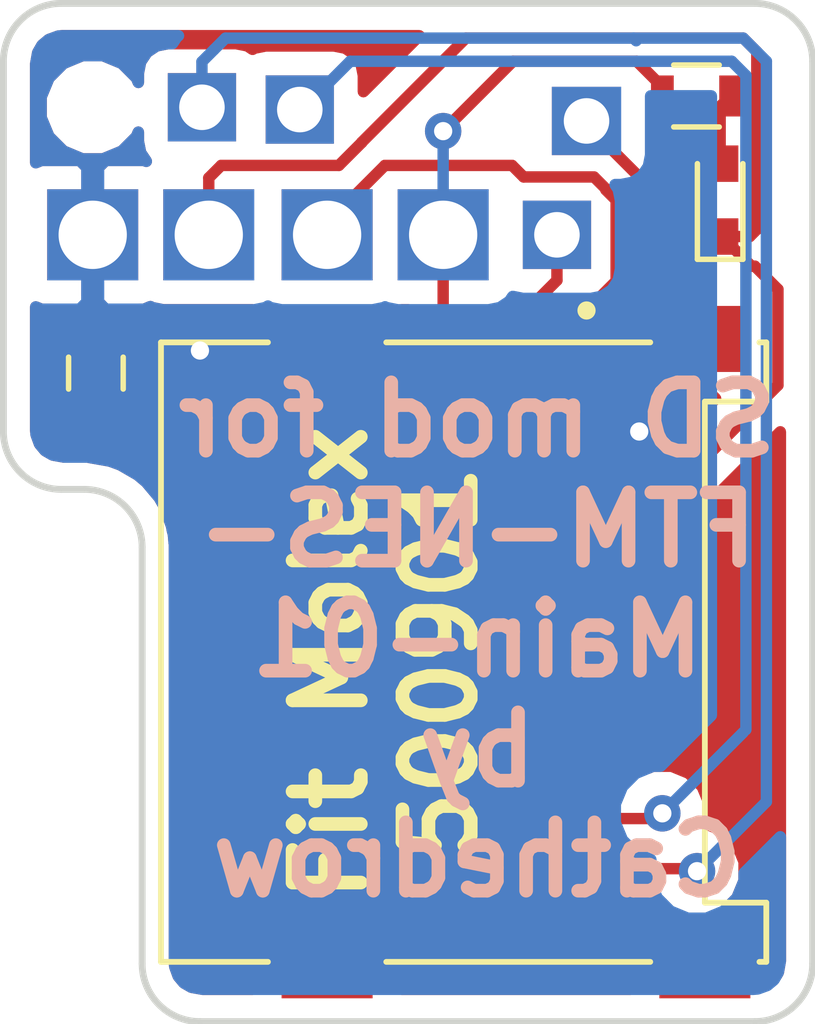
<source format=kicad_pcb>
(kicad_pcb (version 20171130) (host pcbnew "(5.0.0-3-g5ebb6b6)")

  (general
    (thickness 0.8)
    (drawings 16)
    (tracks 90)
    (zones 0)
    (modules 5)
    (nets 10)
  )

  (page A4)
  (layers
    (0 F.Cu signal)
    (31 B.Cu signal)
    (32 B.Adhes user hide)
    (33 F.Adhes user hide)
    (34 B.Paste user hide)
    (35 F.Paste user hide)
    (36 B.SilkS user hide)
    (37 F.SilkS user hide)
    (38 B.Mask user)
    (39 F.Mask user hide)
    (40 Dwgs.User user)
    (41 Cmts.User user)
    (42 Eco1.User user hide)
    (43 Eco2.User user hide)
    (44 Edge.Cuts user)
    (45 Margin user hide)
    (46 B.CrtYd user hide)
    (47 F.CrtYd user hide)
    (48 B.Fab user hide)
    (49 F.Fab user hide)
  )

  (setup
    (last_trace_width 0.25)
    (trace_clearance 0.2)
    (zone_clearance 0.508)
    (zone_45_only no)
    (trace_min 0.2)
    (segment_width 0.2)
    (edge_width 0.15)
    (via_size 0.8)
    (via_drill 0.4)
    (via_min_size 0.4)
    (via_min_drill 0.3)
    (uvia_size 0.3)
    (uvia_drill 0.1)
    (uvias_allowed no)
    (uvia_min_size 0.2)
    (uvia_min_drill 0.1)
    (pcb_text_width 0.3)
    (pcb_text_size 1.5 1.5)
    (mod_edge_width 0.15)
    (mod_text_size 1 1)
    (mod_text_width 0.15)
    (pad_size 1 1)
    (pad_drill 1)
    (pad_to_mask_clearance 0.2)
    (aux_axis_origin 0 0)
    (visible_elements FFFFFF7F)
    (pcbplotparams
      (layerselection 0x010fc_ffffffff)
      (usegerberextensions false)
      (usegerberattributes false)
      (usegerberadvancedattributes false)
      (creategerberjobfile false)
      (excludeedgelayer true)
      (linewidth 0.100000)
      (plotframeref false)
      (viasonmask false)
      (mode 1)
      (useauxorigin false)
      (hpglpennumber 1)
      (hpglpenspeed 20)
      (hpglpendiameter 15.000000)
      (psnegative false)
      (psa4output false)
      (plotreference true)
      (plotvalue true)
      (plotinvisibletext false)
      (padsonsilk false)
      (subtractmaskfromsilk false)
      (outputformat 1)
      (mirror false)
      (drillshape 0)
      (scaleselection 1)
      (outputdirectory "./"))
  )

  (net 0 "")
  (net 1 "Net-(D2-Pad2)")
  (net 2 /D2)
  (net 3 /D3)
  (net 4 /CMD)
  (net 5 /3V)
  (net 6 /CLK)
  (net 7 /0V)
  (net 8 /D0)
  (net 9 /D1)

  (net_class Default "This is the default net class."
    (clearance 0.2)
    (trace_width 0.25)
    (via_dia 0.8)
    (via_drill 0.4)
    (uvia_dia 0.3)
    (uvia_drill 0.1)
    (add_net /0V)
    (add_net /3V)
    (add_net /CLK)
    (add_net /CMD)
    (add_net /D0)
    (add_net /D1)
    (add_net /D2)
    (add_net /D3)
    (add_net "Net-(D2-Pad2)")
  )

  (module sdnes:FTM-NES-SD-pads (layer F.Cu) (tedit 5B8304A0) (tstamp 5BA54887)
    (at 165.354 93.218)
    (path /5BA7D630)
    (fp_text reference SK2 (at 2.54 -2.54) (layer F.SilkS) hide
      (effects (font (size 1 1) (thickness 0.15)))
    )
    (fp_text value nesclassic:Testpoint_cluster (at 0 -4.572) (layer F.Fab)
      (effects (font (size 1 1) (thickness 0.15)))
    )
    (pad 1 thru_hole rect (at 5.7 -2.5 270) (size 1.5 1.524) (drill 1) (layers *.Cu *.Mask)
      (net 2 /D2))
    (pad 2 thru_hole rect (at 0 0) (size 2 2) (drill 1.5) (layers *.Cu *.Mask)
      (net 3 /D3))
    (pad 3 thru_hole rect (at 5.05 0) (size 1.5 1.5) (drill 1) (layers *.Cu *.Mask)
      (net 4 /CMD))
    (pad 4 thru_hole rect (at 2.55 0) (size 2 2) (drill 1.5) (layers *.Cu *.Mask)
      (net 5 /3V))
    (pad 5 thru_hole rect (at -2.6 0) (size 2 2) (drill 1.5) (layers *.Cu *.Mask)
      (net 6 /CLK))
    (pad 6 thru_hole rect (at -5.15 0) (size 2 2) (drill 1.5) (layers *.Cu *.Mask)
      (net 7 /0V))
    (pad 7 thru_hole rect (at -0.6 -2.75) (size 1.5 1.5) (drill 1) (layers *.Cu *.Mask)
      (net 8 /D0))
    (pad 8 thru_hole rect (at -2.75 -2.8) (size 1.5 1.5) (drill 1) (layers *.Cu *.Mask)
      (net 9 /D1))
    (pad "" np_thru_hole circle (at -5.15 -2.8) (size 1 1) (drill 1) (layers *.Cu *.Mask))
  )

  (module 500901-0801:MOLEX_500901-0801 (layer F.Cu) (tedit 5BA41F34) (tstamp 5BA41251)
    (at 171.054 102.379 270)
    (path /5BA4A1A2)
    (attr smd)
    (fp_text reference J2 (at -5.21465 -5.13958 270) (layer F.SilkS) hide
      (effects (font (size 1.0009 1.0009) (thickness 0.05)))
    )
    (fp_text value 500901-0801 (at 2.015 11.034 270) (layer F.SilkS) hide
      (effects (font (size 1.00349 1.00349) (thickness 0.05)))
    )
    (fp_circle (center -7.5 0) (end -7.4 0) (layer F.SilkS) (width 0.2))
    (fp_line (start 7.85 -3.85) (end 7.85 -1.35) (layer Eco1.User) (width 0.05))
    (fp_line (start 7.05 -3.85) (end 7.85 -3.85) (layer Eco1.User) (width 0.05))
    (fp_line (start 7.05 -4.25) (end 7.05 -3.85) (layer Eco1.User) (width 0.05))
    (fp_line (start 5.25 -4.25) (end 7.05 -4.25) (layer Eco1.User) (width 0.05))
    (fp_line (start -7.05 -4.25) (end -5.25 -4.25) (layer Eco1.User) (width 0.05))
    (fp_line (start -7.05 -3.85) (end -7.05 -4.25) (layer Eco1.User) (width 0.05))
    (fp_line (start -7.85 -3.85) (end -7.05 -3.85) (layer Eco1.User) (width 0.05))
    (fp_line (start -7.85 -1.35) (end -7.85 -3.85) (layer Eco1.User) (width 0.05))
    (fp_line (start -7.05 -1.35) (end -7.85 -1.35) (layer Eco1.User) (width 0.05))
    (fp_line (start -7.05 4.45) (end -7.05 -1.35) (layer Eco1.User) (width 0.05))
    (fp_line (start -7.85 4.45) (end -7.05 4.45) (layer Eco1.User) (width 0.05))
    (fp_line (start -7.85 6.95) (end -7.85 4.45) (layer Eco1.User) (width 0.05))
    (fp_line (start -7.05 6.95) (end -7.85 6.95) (layer Eco1.User) (width 0.05))
    (fp_line (start -7.05 9.6) (end -7.05 6.95) (layer Eco1.User) (width 0.05))
    (fp_line (start 7.05 9.6) (end -7.05 9.6) (layer Eco1.User) (width 0.05))
    (fp_line (start 7.05 6.95) (end 7.05 9.6) (layer Eco1.User) (width 0.05))
    (fp_line (start 7.85 6.95) (end 7.05 6.95) (layer Eco1.User) (width 0.05))
    (fp_line (start 7.85 4.45) (end 7.85 6.95) (layer Eco1.User) (width 0.05))
    (fp_line (start 7.05 4.45) (end 7.85 4.45) (layer Eco1.User) (width 0.05))
    (fp_line (start 7.05 -1.35) (end 7.05 4.45) (layer Eco1.User) (width 0.05))
    (fp_line (start 7.85 -1.35) (end 7.05 -1.35) (layer Eco1.User) (width 0.05))
    (fp_line (start 5.25 -2.85) (end 5.25 -4.25) (layer Eco1.User) (width 0.05))
    (fp_line (start -5.25 -2.85) (end 5.25 -2.85) (layer Eco1.User) (width 0.05))
    (fp_line (start -5.25 -4.25) (end -5.25 -2.85) (layer Eco1.User) (width 0.05))
    (fp_line (start 6.8 4.4) (end 6.8 -1.4) (layer F.SilkS) (width 0.127))
    (fp_line (start 6.8 9.35) (end 6.8 7) (layer F.SilkS) (width 0.127))
    (fp_line (start -6.8 9.35) (end 6.8 9.35) (layer F.SilkS) (width 0.127))
    (fp_line (start -6.8 7) (end -6.8 9.35) (layer F.SilkS) (width 0.127))
    (fp_line (start -6.8 -1.4) (end -6.8 4.4) (layer F.SilkS) (width 0.127))
    (fp_line (start 6.8 -3.95) (end 6.8 -3.8) (layer F.SilkS) (width 0.127))
    (fp_line (start 5.5 -3.95) (end 6.8 -3.95) (layer F.SilkS) (width 0.127))
    (fp_line (start 5.5 -2.6) (end 5.5 -3.95) (layer F.SilkS) (width 0.127))
    (fp_line (start -5.5 -2.6) (end 5.5 -2.6) (layer F.SilkS) (width 0.127))
    (fp_line (start -5.5 -3.95) (end -5.5 -2.6) (layer F.SilkS) (width 0.127))
    (fp_line (start -6.8 -3.95) (end -5.5 -3.95) (layer F.SilkS) (width 0.127))
    (fp_line (start -6.8 -3.8) (end -6.8 -3.95) (layer F.SilkS) (width 0.127))
    (fp_line (start -6.8 9.35) (end -6.8 -3.95) (layer Dwgs.User) (width 0.127))
    (fp_line (start 6.8 9.35) (end -6.8 9.35) (layer Dwgs.User) (width 0.127))
    (fp_line (start 6.8 -3.95) (end 6.8 9.35) (layer Dwgs.User) (width 0.127))
    (fp_line (start 5.5 -3.95) (end 6.8 -3.95) (layer Dwgs.User) (width 0.127))
    (fp_line (start 5.5 -2.6) (end 5.5 -3.95) (layer Dwgs.User) (width 0.127))
    (fp_line (start -5.5 -2.6) (end 5.5 -2.6) (layer Dwgs.User) (width 0.127))
    (fp_line (start -5.5 -3.95) (end -5.5 -2.6) (layer Dwgs.User) (width 0.127))
    (fp_line (start -6.8 -3.95) (end -5.5 -3.95) (layer Dwgs.User) (width 0.127))
    (pad SH4 smd rect (at 6.875 5.7) (size 2 1.45) (layers F.Cu F.Paste F.Mask)
      (net 7 /0V))
    (pad SH3 smd rect (at -6.875 5.7) (size 2 1.45) (layers F.Cu F.Paste F.Mask)
      (net 7 /0V))
    (pad SH2 smd rect (at 6.875 -2.6) (size 2 1.45) (layers F.Cu F.Paste F.Mask)
      (net 7 /0V))
    (pad SH1 smd rect (at -6.875 -2.6) (size 2 1.45) (layers F.Cu F.Paste F.Mask)
      (net 7 /0V))
    (pad 8 smd rect (at 4.5 0) (size 1.5 0.8) (layers F.Cu F.Paste F.Mask)
      (net 9 /D1))
    (pad 7 smd rect (at 3.4 0) (size 1.5 0.8) (layers F.Cu F.Paste F.Mask)
      (net 8 /D0))
    (pad 6 smd rect (at 2.3 0) (size 1.5 0.8) (layers F.Cu F.Paste F.Mask)
      (net 7 /0V))
    (pad 5 smd rect (at 1.2 0) (size 1.5 0.8) (layers F.Cu F.Paste F.Mask)
      (net 6 /CLK))
    (pad 4 smd rect (at 0.1 0) (size 1.5 0.8) (layers F.Cu F.Paste F.Mask)
      (net 5 /3V))
    (pad 3 smd rect (at -1 0) (size 1.5 0.8) (layers F.Cu F.Paste F.Mask)
      (net 4 /CMD))
    (pad 2 smd rect (at -2.1 0) (size 1.5 0.8) (layers F.Cu F.Paste F.Mask)
      (net 3 /D3))
    (pad 1 smd rect (at -3.2 0) (size 1.5 0.8) (layers F.Cu F.Paste F.Mask)
      (net 2 /D2))
  )

  (module Resistors_SMD:R_0603 (layer F.Cu) (tedit 58E0A804) (tstamp 5B830A4F)
    (at 173.47 90.17)
    (descr "Resistor SMD 0603, reflow soldering, Vishay (see dcrcw.pdf)")
    (tags "resistor 0603")
    (path /5B83076D)
    (attr smd)
    (fp_text reference R2 (at 0 -1.45) (layer F.SilkS) hide
      (effects (font (size 1 1) (thickness 0.15)))
    )
    (fp_text value 1K (at -2.02 0) (layer F.Fab)
      (effects (font (size 1 1) (thickness 0.15)))
    )
    (fp_text user %R (at 0 0) (layer F.Fab)
      (effects (font (size 0.4 0.4) (thickness 0.075)))
    )
    (fp_line (start -0.8 0.4) (end -0.8 -0.4) (layer F.Fab) (width 0.1))
    (fp_line (start 0.8 0.4) (end -0.8 0.4) (layer F.Fab) (width 0.1))
    (fp_line (start 0.8 -0.4) (end 0.8 0.4) (layer F.Fab) (width 0.1))
    (fp_line (start -0.8 -0.4) (end 0.8 -0.4) (layer F.Fab) (width 0.1))
    (fp_line (start 0.5 0.68) (end -0.5 0.68) (layer F.SilkS) (width 0.12))
    (fp_line (start -0.5 -0.68) (end 0.5 -0.68) (layer F.SilkS) (width 0.12))
    (fp_line (start -1.25 -0.7) (end 1.25 -0.7) (layer F.CrtYd) (width 0.05))
    (fp_line (start -1.25 -0.7) (end -1.25 0.7) (layer F.CrtYd) (width 0.05))
    (fp_line (start 1.25 0.7) (end 1.25 -0.7) (layer F.CrtYd) (width 0.05))
    (fp_line (start 1.25 0.7) (end -1.25 0.7) (layer F.CrtYd) (width 0.05))
    (pad 1 smd rect (at -0.75 0) (size 0.5 0.9) (layers F.Cu F.Paste F.Mask)
      (net 5 /3V))
    (pad 2 smd rect (at 0.75 0) (size 0.5 0.9) (layers F.Cu F.Paste F.Mask)
      (net 1 "Net-(D2-Pad2)"))
    (model ${KISYS3DMOD}/Resistors_SMD.3dshapes/R_0603.wrl
      (at (xyz 0 0 0))
      (scale (xyz 1 1 1))
      (rotate (xyz 0 0 0))
    )
  )

  (module LEDs:LED_0603 (layer F.Cu) (tedit 57FE93A5) (tstamp 5B830A8C)
    (at 173.99 92.456 90)
    (descr "LED 0603 smd package")
    (tags "LED led 0603 SMD smd SMT smt smdled SMDLED smtled SMTLED")
    (path /5B830766)
    (attr smd)
    (fp_text reference D2 (at 0 -1.25 90) (layer F.SilkS) hide
      (effects (font (size 1 1) (thickness 0.15)))
    )
    (fp_text value "Red LED" (at -0.254 -1.524 90) (layer F.Fab)
      (effects (font (size 1 1) (thickness 0.15)))
    )
    (fp_line (start -1.3 -0.5) (end -1.3 0.5) (layer F.SilkS) (width 0.12))
    (fp_line (start -0.2 -0.2) (end -0.2 0.2) (layer F.Fab) (width 0.1))
    (fp_line (start -0.15 0) (end 0.15 -0.2) (layer F.Fab) (width 0.1))
    (fp_line (start 0.15 0.2) (end -0.15 0) (layer F.Fab) (width 0.1))
    (fp_line (start 0.15 -0.2) (end 0.15 0.2) (layer F.Fab) (width 0.1))
    (fp_line (start 0.8 0.4) (end -0.8 0.4) (layer F.Fab) (width 0.1))
    (fp_line (start 0.8 -0.4) (end 0.8 0.4) (layer F.Fab) (width 0.1))
    (fp_line (start -0.8 -0.4) (end 0.8 -0.4) (layer F.Fab) (width 0.1))
    (fp_line (start -0.8 0.4) (end -0.8 -0.4) (layer F.Fab) (width 0.1))
    (fp_line (start -1.3 0.5) (end 0.8 0.5) (layer F.SilkS) (width 0.12))
    (fp_line (start -1.3 -0.5) (end 0.8 -0.5) (layer F.SilkS) (width 0.12))
    (fp_line (start 1.45 -0.65) (end 1.45 0.65) (layer F.CrtYd) (width 0.05))
    (fp_line (start 1.45 0.65) (end -1.45 0.65) (layer F.CrtYd) (width 0.05))
    (fp_line (start -1.45 0.65) (end -1.45 -0.65) (layer F.CrtYd) (width 0.05))
    (fp_line (start -1.45 -0.65) (end 1.45 -0.65) (layer F.CrtYd) (width 0.05))
    (pad 2 smd rect (at 0.8 0 270) (size 0.8 0.8) (layers F.Cu F.Paste F.Mask)
      (net 1 "Net-(D2-Pad2)"))
    (pad 1 smd rect (at -0.8 0 270) (size 0.8 0.8) (layers F.Cu F.Paste F.Mask)
      (net 6 /CLK))
    (model ${KISYS3DMOD}/LEDs.3dshapes/LED_0603.wrl
      (at (xyz 0 0 0))
      (scale (xyz 1 1 1))
      (rotate (xyz 0 0 180))
    )
  )

  (module Capacitors_SMD:C_0603 (layer F.Cu) (tedit 59958EE7) (tstamp 5B830ABD)
    (at 160.274 96.254 90)
    (descr "Capacitor SMD 0603, reflow soldering, AVX (see smccp.pdf)")
    (tags "capacitor 0603")
    (path /5B83075F)
    (attr smd)
    (fp_text reference C2 (at 0 -1.5 90) (layer F.SilkS) hide
      (effects (font (size 1 1) (thickness 0.15)))
    )
    (fp_text value C_Small (at 2.274 -1.27 90) (layer F.Fab)
      (effects (font (size 1 1) (thickness 0.15)))
    )
    (fp_line (start 1.4 0.65) (end -1.4 0.65) (layer F.CrtYd) (width 0.05))
    (fp_line (start 1.4 0.65) (end 1.4 -0.65) (layer F.CrtYd) (width 0.05))
    (fp_line (start -1.4 -0.65) (end -1.4 0.65) (layer F.CrtYd) (width 0.05))
    (fp_line (start -1.4 -0.65) (end 1.4 -0.65) (layer F.CrtYd) (width 0.05))
    (fp_line (start 0.35 0.6) (end -0.35 0.6) (layer F.SilkS) (width 0.12))
    (fp_line (start -0.35 -0.6) (end 0.35 -0.6) (layer F.SilkS) (width 0.12))
    (fp_line (start -0.8 -0.4) (end 0.8 -0.4) (layer F.Fab) (width 0.1))
    (fp_line (start 0.8 -0.4) (end 0.8 0.4) (layer F.Fab) (width 0.1))
    (fp_line (start 0.8 0.4) (end -0.8 0.4) (layer F.Fab) (width 0.1))
    (fp_line (start -0.8 0.4) (end -0.8 -0.4) (layer F.Fab) (width 0.1))
    (fp_text user %R (at 0 0 90) (layer F.Fab)
      (effects (font (size 0.3 0.3) (thickness 0.075)))
    )
    (pad 2 smd rect (at 0.75 0 90) (size 0.8 0.75) (layers F.Cu F.Paste F.Mask)
      (net 7 /0V))
    (pad 1 smd rect (at -0.75 0 90) (size 0.8 0.75) (layers F.Cu F.Paste F.Mask)
      (net 5 /3V))
    (model Capacitors_SMD.3dshapes/C_0603.wrl
      (at (xyz 0 0 0))
      (scale (xyz 1 1 1))
      (rotate (xyz 0 0 0))
    )
  )

  (gr_text "SD mod for\nFTM-SHVC-\nMain-01\nby\nCathedrow" (at 149.352 104.14) (layer B.SilkS) (tstamp 5BA44DF2)
    (effects (font (size 1.5 1.5) (thickness 0.3)) (justify mirror))
  )
  (gr_text "SD mod for\nFTM-NES-\nMain-01\nby\nCathedrow" (at 168.656 102.108) (layer B.SilkS)
    (effects (font (size 1.5 1.5) (thickness 0.3)) (justify mirror))
  )
  (gr_text "Fit Molex\n500901" (at 166.624 102.616 90) (layer F.SilkS) (tstamp 5BA44234)
    (effects (font (size 1.5 1.5) (thickness 0.3)))
  )
  (gr_text "Fit Molex\n500901" (at 149.352 106.426) (layer F.SilkS) (tstamp 5BA44DF5)
    (effects (font (size 1.5 1.5) (thickness 0.3)))
  )
  (gr_arc (start 159.512 97.536) (end 158.242 97.536) (angle -90) (layer Edge.Cuts) (width 0.15) (tstamp 5BA3E96D))
  (gr_arc (start 160.02 100.076) (end 161.29 100.076) (angle -90) (layer Edge.Cuts) (width 0.15) (tstamp 5BA3E96D))
  (gr_line (start 160.02 98.806) (end 159.512 98.806) (layer Edge.Cuts) (width 0.15) (tstamp 5BA3DCAB))
  (gr_line (start 158.242 97.536) (end 158.242 89.408) (layer Edge.Cuts) (width 0.15) (tstamp 5BA3DCA3))
  (gr_arc (start 174.752 109.22) (end 174.752 110.49) (angle -90) (layer Edge.Cuts) (width 0.15) (tstamp 5B96E2BC))
  (gr_arc (start 162.56 109.22) (end 161.29 109.22) (angle -90) (layer Edge.Cuts) (width 0.15) (tstamp 5B96E2BC))
  (gr_arc (start 174.752 89.408) (end 176.022 89.408) (angle -90) (layer Edge.Cuts) (width 0.15) (tstamp 5B96E2BC))
  (gr_arc (start 159.512 89.408) (end 159.512 88.138) (angle -90) (layer Edge.Cuts) (width 0.15) (tstamp 5B96E2BC))
  (gr_line (start 161.29 109.22) (end 161.29 100.076) (layer Edge.Cuts) (width 0.15))
  (gr_line (start 174.752 110.49) (end 162.56 110.49) (layer Edge.Cuts) (width 0.15))
  (gr_line (start 176.022 89.408) (end 176.022 109.22) (layer Edge.Cuts) (width 0.15))
  (gr_line (start 159.512 88.138) (end 174.752 88.138) (layer Edge.Cuts) (width 0.15))

  (segment (start 171.054 90.718) (end 171.054 90.79) (width 0.25) (layer B.Cu) (net 2))
  (segment (start 171.054 90.718) (end 171.054 90.79) (width 0.25) (layer F.Cu) (net 2))
  (segment (start 172.212 94.36241) (end 171.054 95.52041) (width 0.25) (layer F.Cu) (net 2))
  (segment (start 172.212 91.948) (end 172.212 94.36241) (width 0.25) (layer F.Cu) (net 2))
  (segment (start 171.054 90.79) (end 172.212 91.948) (width 0.25) (layer F.Cu) (net 2))
  (segment (start 171.054 95.52041) (end 171.054 97.678) (width 0.25) (layer F.Cu) (net 2))
  (segment (start 171.054 97.678) (end 171.054 99.179) (width 0.25) (layer F.Cu) (net 2))
  (segment (start 165.354 92.964) (end 166.624 91.694) (width 0.25) (layer F.Cu) (net 3))
  (segment (start 165.354 93.218) (end 165.354 92.964) (width 0.25) (layer F.Cu) (net 3))
  (segment (start 169.672 91.948) (end 169.418 91.694) (width 0.25) (layer F.Cu) (net 3))
  (segment (start 171.479001 92.207999) (end 171.219002 91.948) (width 0.25) (layer F.Cu) (net 3))
  (segment (start 171.704 92.456) (end 171.479001 92.231001) (width 0.25) (layer F.Cu) (net 3))
  (segment (start 171.704 94.234) (end 171.704 92.456) (width 0.25) (layer F.Cu) (net 3))
  (segment (start 171.479001 92.231001) (end 171.479001 92.207999) (width 0.25) (layer F.Cu) (net 3))
  (segment (start 171.219002 91.948) (end 169.672 91.948) (width 0.25) (layer F.Cu) (net 3))
  (segment (start 169.672 96.266) (end 171.704 94.234) (width 0.25) (layer F.Cu) (net 3))
  (segment (start 166.624 91.694) (end 169.418 91.694) (width 0.25) (layer F.Cu) (net 3))
  (segment (start 171.054 100.279) (end 169.875 100.279) (width 0.25) (layer F.Cu) (net 3))
  (segment (start 169.672 100.076) (end 169.672 96.266) (width 0.25) (layer F.Cu) (net 3))
  (segment (start 169.875 100.279) (end 169.672 100.076) (width 0.25) (layer F.Cu) (net 3))
  (segment (start 170.404 93.218) (end 170.404 94.218) (width 0.25) (layer F.Cu) (net 4))
  (segment (start 170.404 94.218) (end 169.164 95.458) (width 0.25) (layer F.Cu) (net 4))
  (segment (start 171.054 101.379) (end 169.959 101.379) (width 0.25) (layer F.Cu) (net 4))
  (segment (start 169.959 101.379) (end 169.164 100.584) (width 0.25) (layer F.Cu) (net 4))
  (segment (start 169.164 100.584) (end 169.164 95.458) (width 0.25) (layer F.Cu) (net 4))
  (segment (start 160.899 97.004) (end 161.177 97.282) (width 0.25) (layer F.Cu) (net 5))
  (segment (start 160.274 97.004) (end 160.899 97.004) (width 0.25) (layer F.Cu) (net 5))
  (segment (start 161.177 97.282) (end 166.37 97.282) (width 0.25) (layer F.Cu) (net 5))
  (segment (start 167.904 95.748) (end 167.904 93.218) (width 0.25) (layer F.Cu) (net 5))
  (segment (start 166.37 97.282) (end 167.904 97.282) (width 0.25) (layer F.Cu) (net 5))
  (segment (start 167.904 95.748) (end 167.904 97.282) (width 0.25) (layer F.Cu) (net 5))
  (segment (start 167.904 93.218) (end 167.904 90.942) (width 0.25) (layer B.Cu) (net 5))
  (via (at 167.904 90.942) (size 0.8) (drill 0.4) (layers F.Cu B.Cu) (net 5))
  (segment (start 167.904 90.942) (end 169.438 89.408) (width 0.25) (layer F.Cu) (net 5))
  (segment (start 172.72 89.97) (end 172.72 90.17) (width 0.25) (layer F.Cu) (net 5))
  (segment (start 172.158 89.408) (end 172.72 89.97) (width 0.25) (layer F.Cu) (net 5))
  (segment (start 169.438 89.408) (end 172.158 89.408) (width 0.25) (layer F.Cu) (net 5))
  (segment (start 170.054 102.479) (end 167.904 100.329) (width 0.25) (layer F.Cu) (net 5))
  (segment (start 167.904 100.329) (end 167.904 99.822) (width 0.25) (layer F.Cu) (net 5))
  (segment (start 171.054 102.479) (end 170.054 102.479) (width 0.25) (layer F.Cu) (net 5))
  (segment (start 167.904 97.282) (end 167.904 99.822) (width 0.25) (layer F.Cu) (net 5))
  (segment (start 174.028 93.256) (end 173.99 93.256) (width 0.25) (layer F.Cu) (net 6))
  (segment (start 174.678 93.906) (end 174.028 93.256) (width 0.25) (layer F.Cu) (net 6))
  (segment (start 175.26 94.414) (end 174.752 93.906) (width 0.25) (layer F.Cu) (net 6))
  (segment (start 175.26 96.52) (end 175.26 94.414) (width 0.25) (layer F.Cu) (net 6))
  (segment (start 172.466 99.314) (end 175.26 96.52) (width 0.25) (layer F.Cu) (net 6))
  (segment (start 174.752 93.906) (end 174.678 93.906) (width 0.25) (layer F.Cu) (net 6))
  (segment (start 174.795001 89.197001) (end 174.795001 93.100999) (width 0.25) (layer F.Cu) (net 6))
  (segment (start 174.498 88.9) (end 174.795001 89.197001) (width 0.25) (layer F.Cu) (net 6))
  (segment (start 174.795001 93.100999) (end 174.64 93.256) (width 0.25) (layer F.Cu) (net 6))
  (segment (start 165.613002 91.694) (end 166.116 91.191002) (width 0.25) (layer F.Cu) (net 6))
  (segment (start 163.028 91.694) (end 165.613002 91.694) (width 0.25) (layer F.Cu) (net 6))
  (segment (start 174.64 93.256) (end 173.99 93.256) (width 0.25) (layer F.Cu) (net 6))
  (segment (start 162.754 91.968) (end 163.028 91.694) (width 0.25) (layer F.Cu) (net 6))
  (segment (start 162.754 93.218) (end 162.754 91.968) (width 0.25) (layer F.Cu) (net 6))
  (segment (start 166.116 91.186) (end 168.402 88.9) (width 0.25) (layer F.Cu) (net 6))
  (segment (start 166.116 91.191002) (end 166.116 91.186) (width 0.25) (layer F.Cu) (net 6))
  (segment (start 168.402 88.9) (end 174.498 88.9) (width 0.25) (layer F.Cu) (net 6))
  (segment (start 172.054 103.579) (end 172.466 103.167) (width 0.25) (layer F.Cu) (net 6))
  (segment (start 171.054 103.579) (end 172.054 103.579) (width 0.25) (layer F.Cu) (net 6))
  (segment (start 172.466 103.124) (end 172.466 99.314) (width 0.25) (layer F.Cu) (net 6))
  (segment (start 172.466 103.167) (end 172.466 103.124) (width 0.25) (layer F.Cu) (net 6))
  (via (at 162.56 95.758) (size 0.8) (drill 0.4) (layers F.Cu B.Cu) (net 7))
  (via (at 172.212 97.536) (size 0.8) (drill 0.4) (layers F.Cu B.Cu) (net 7))
  (segment (start 172.72 105.918) (end 172.72 105.918) (width 0.25) (layer B.Cu) (net 8) (tstamp 5BA4353B))
  (via (at 172.72 105.918) (size 0.8) (drill 0.4) (layers F.Cu B.Cu) (net 8))
  (segment (start 172.605 106.033) (end 172.72 105.918) (width 0.25) (layer F.Cu) (net 8))
  (segment (start 171.054 106.033) (end 172.605 106.033) (width 0.25) (layer F.Cu) (net 8))
  (segment (start 174.55599 89.71999) (end 174.55599 104.08201) (width 0.25) (layer B.Cu) (net 8))
  (segment (start 174.244 89.408) (end 174.55599 89.71999) (width 0.25) (layer B.Cu) (net 8))
  (segment (start 174.244 104.394) (end 172.72 105.918) (width 0.25) (layer B.Cu) (net 8))
  (segment (start 164.802 90.468) (end 165.862 89.408) (width 0.25) (layer B.Cu) (net 8))
  (segment (start 165.862 89.408) (end 174.244 89.408) (width 0.25) (layer B.Cu) (net 8))
  (segment (start 164.754 90.468) (end 164.802 90.468) (width 0.25) (layer B.Cu) (net 8))
  (segment (start 174.244 104.394) (end 174.498 104.14) (width 0.25) (layer B.Cu) (net 8))
  (segment (start 162.604 89.418) (end 162.868 89.154) (width 0.25) (layer B.Cu) (net 9))
  (segment (start 162.604 90.418) (end 162.604 89.418) (width 0.25) (layer B.Cu) (net 9))
  (segment (start 172.08641 88.9) (end 172.1444 88.95799) (width 0.25) (layer B.Cu) (net 9))
  (segment (start 163.122 88.9) (end 172.08641 88.9) (width 0.25) (layer B.Cu) (net 9))
  (segment (start 162.868 89.154) (end 163.122 88.9) (width 0.25) (layer B.Cu) (net 9))
  (segment (start 173.482 107.188) (end 173.482 107.188) (width 0.25) (layer B.Cu) (net 9) (tstamp 5BA43539))
  (via (at 173.482 107.188) (size 0.8) (drill 0.4) (layers F.Cu B.Cu) (net 9))
  (segment (start 173.427 107.133) (end 173.482 107.188) (width 0.25) (layer F.Cu) (net 9))
  (segment (start 171.054 107.133) (end 173.427 107.133) (width 0.25) (layer F.Cu) (net 9))
  (segment (start 175.006 105.664) (end 173.482 107.188) (width 0.25) (layer B.Cu) (net 9))
  (segment (start 175.006 89.408) (end 175.006 105.664) (width 0.25) (layer B.Cu) (net 9))
  (segment (start 174.498 88.9) (end 175.006 89.408) (width 0.25) (layer B.Cu) (net 9))
  (segment (start 172.08641 88.9) (end 174.498 88.9) (width 0.25) (layer B.Cu) (net 9))
  (segment (start 173.99 90.4) (end 174.22 90.17) (width 0.25) (layer F.Cu) (net 1))
  (segment (start 173.99 91.656) (end 173.99 90.4) (width 0.25) (layer F.Cu) (net 1))

  (zone (net 7) (net_name /0V) (layer B.Cu) (tstamp 5BA54A19) (hatch edge 0.508)
    (connect_pads (clearance 0.508))
    (min_thickness 0.254)
    (fill yes (arc_segments 16) (thermal_gap 0.508) (thermal_bridge_width 0.508))
    (polygon
      (pts
        (xy 176.022 110.49) (xy 158.242 110.49) (xy 158.242 88.138) (xy 176.022 88.138)
      )
    )
    (filled_polygon
      (pts
        (xy 162.056072 88.870071) (xy 161.955518 89.02056) (xy 161.854 89.02056) (xy 161.606235 89.069843) (xy 161.396191 89.210191)
        (xy 161.255843 89.420235) (xy 161.20656 89.668) (xy 161.20656 89.872495) (xy 161.166207 89.775074) (xy 160.846926 89.455793)
        (xy 160.429766 89.283) (xy 159.978234 89.283) (xy 159.561074 89.455793) (xy 159.241793 89.775074) (xy 159.069 90.192234)
        (xy 159.069 90.643766) (xy 159.241793 91.060926) (xy 159.561074 91.380207) (xy 159.978234 91.553) (xy 160.429766 91.553)
        (xy 160.846926 91.380207) (xy 161.166207 91.060926) (xy 161.20656 90.963505) (xy 161.20656 91.168) (xy 161.255843 91.415765)
        (xy 161.381852 91.60435) (xy 161.330309 91.583) (xy 160.48975 91.583) (xy 160.331 91.74175) (xy 160.331 93.091)
        (xy 160.351 93.091) (xy 160.351 93.345) (xy 160.331 93.345) (xy 160.331 94.69425) (xy 160.48975 94.853)
        (xy 161.330309 94.853) (xy 161.47295 94.793916) (xy 161.506235 94.816157) (xy 161.754 94.86544) (xy 163.754 94.86544)
        (xy 164.001765 94.816157) (xy 164.054 94.781254) (xy 164.106235 94.816157) (xy 164.354 94.86544) (xy 166.354 94.86544)
        (xy 166.601765 94.816157) (xy 166.629 94.797959) (xy 166.656235 94.816157) (xy 166.904 94.86544) (xy 168.904 94.86544)
        (xy 169.151765 94.816157) (xy 169.361809 94.675809) (xy 169.431693 94.571221) (xy 169.654 94.61544) (xy 171.154 94.61544)
        (xy 171.401765 94.566157) (xy 171.611809 94.425809) (xy 171.752157 94.215765) (xy 171.80144 93.968) (xy 171.80144 92.468)
        (xy 171.752157 92.220235) (xy 171.682135 92.11544) (xy 171.816 92.11544) (xy 172.063765 92.066157) (xy 172.273809 91.925809)
        (xy 172.414157 91.715765) (xy 172.46344 91.468) (xy 172.46344 90.168) (xy 173.79599 90.168) (xy 173.795991 103.767208)
        (xy 173.759532 103.803667) (xy 173.759526 103.803671) (xy 172.680198 104.883) (xy 172.514126 104.883) (xy 172.13372 105.040569)
        (xy 171.842569 105.33172) (xy 171.685 105.712126) (xy 171.685 106.123874) (xy 171.842569 106.50428) (xy 172.13372 106.795431)
        (xy 172.467128 106.933533) (xy 172.447 106.982126) (xy 172.447 107.393874) (xy 172.604569 107.77428) (xy 172.89572 108.065431)
        (xy 173.276126 108.223) (xy 173.687874 108.223) (xy 174.06828 108.065431) (xy 174.359431 107.77428) (xy 174.517 107.393874)
        (xy 174.517 107.227802) (xy 175.312001 106.432802) (xy 175.312001 109.157875) (xy 175.267935 109.407787) (xy 175.172596 109.572919)
        (xy 175.026524 109.695488) (xy 174.817532 109.771555) (xy 174.721004 109.78) (xy 162.622119 109.78) (xy 162.372213 109.735935)
        (xy 162.207081 109.640596) (xy 162.084512 109.494524) (xy 162.008445 109.285532) (xy 162 109.189004) (xy 162 100.006074)
        (xy 161.99392 99.975507) (xy 161.978004 99.793587) (xy 161.953997 99.70399) (xy 161.937888 99.612632) (xy 161.787034 99.198165)
        (xy 161.663744 98.984621) (xy 161.663743 98.98462) (xy 161.380231 98.646744) (xy 161.19134 98.488246) (xy 161.191338 98.488245)
        (xy 160.809367 98.267713) (xy 160.809368 98.267713) (xy 160.809365 98.267711) (xy 160.577656 98.183376) (xy 160.150874 98.108123)
        (xy 160.089926 98.096) (xy 159.574119 98.096) (xy 159.324213 98.051935) (xy 159.159081 97.956596) (xy 159.036512 97.810524)
        (xy 158.960445 97.601532) (xy 158.952 97.505004) (xy 158.952 94.800937) (xy 159.077691 94.853) (xy 159.91825 94.853)
        (xy 160.077 94.69425) (xy 160.077 93.345) (xy 160.057 93.345) (xy 160.057 93.091) (xy 160.077 93.091)
        (xy 160.077 91.74175) (xy 159.91825 91.583) (xy 159.077691 91.583) (xy 158.952 91.635063) (xy 158.952 89.470119)
        (xy 158.996065 89.220213) (xy 159.091405 89.05508) (xy 159.237477 88.932512) (xy 159.446465 88.856445) (xy 159.542996 88.848)
        (xy 162.089104 88.848)
      )
    )
  )
  (zone (net 7) (net_name /0V) (layer F.Cu) (tstamp 5BA54A16) (hatch edge 0.508)
    (connect_pads (clearance 0.508))
    (min_thickness 0.254)
    (fill yes (arc_segments 16) (thermal_gap 0.508) (thermal_bridge_width 0.508))
    (polygon
      (pts
        (xy 176.022 110.49) (xy 158.242 110.49) (xy 158.242 88.138) (xy 176.022 88.138)
      )
    )
    (filled_polygon
      (pts
        (xy 166.15144 90.075759) (xy 166.15144 89.718) (xy 166.102157 89.470235) (xy 165.961809 89.260191) (xy 165.751765 89.119843)
        (xy 165.504 89.07056) (xy 164.004 89.07056) (xy 163.756235 89.119843) (xy 163.716415 89.14645) (xy 163.601765 89.069843)
        (xy 163.354 89.02056) (xy 161.854 89.02056) (xy 161.606235 89.069843) (xy 161.396191 89.210191) (xy 161.255843 89.420235)
        (xy 161.20656 89.668) (xy 161.20656 89.872495) (xy 161.166207 89.775074) (xy 160.846926 89.455793) (xy 160.429766 89.283)
        (xy 159.978234 89.283) (xy 159.561074 89.455793) (xy 159.241793 89.775074) (xy 159.069 90.192234) (xy 159.069 90.643766)
        (xy 159.241793 91.060926) (xy 159.561074 91.380207) (xy 159.978234 91.553) (xy 160.429766 91.553) (xy 160.846926 91.380207)
        (xy 161.166207 91.060926) (xy 161.20656 90.963505) (xy 161.20656 91.168) (xy 161.255843 91.415765) (xy 161.381852 91.60435)
        (xy 161.330309 91.583) (xy 160.48975 91.583) (xy 160.331 91.74175) (xy 160.331 93.091) (xy 160.351 93.091)
        (xy 160.351 93.345) (xy 160.331 93.345) (xy 160.331 94.69425) (xy 160.401 94.76425) (xy 160.401 95.377)
        (xy 161.12525 95.377) (xy 161.284 95.21825) (xy 161.284 94.977691) (xy 161.232351 94.853) (xy 161.330309 94.853)
        (xy 161.47295 94.793916) (xy 161.506235 94.816157) (xy 161.754 94.86544) (xy 163.719 94.86544) (xy 163.719 95.21825)
        (xy 163.87775 95.377) (xy 165.227 95.377) (xy 165.227 95.357) (xy 165.481 95.357) (xy 165.481 95.377)
        (xy 166.83025 95.377) (xy 166.989 95.21825) (xy 166.989 94.86544) (xy 167.144 94.86544) (xy 167.144 95.673149)
        (xy 167.144001 96.522) (xy 166.919955 96.522) (xy 166.989 96.35531) (xy 166.989 95.78975) (xy 166.83025 95.631)
        (xy 165.481 95.631) (xy 165.481 95.651) (xy 165.227 95.651) (xy 165.227 95.631) (xy 163.87775 95.631)
        (xy 163.719 95.78975) (xy 163.719 96.35531) (xy 163.788045 96.522) (xy 161.491801 96.522) (xy 161.48933 96.519529)
        (xy 161.446929 96.456071) (xy 161.20654 96.295448) (xy 161.186127 96.264898) (xy 161.187327 96.263698) (xy 161.284 96.030309)
        (xy 161.284 95.78975) (xy 161.12525 95.631) (xy 160.401 95.631) (xy 160.401 95.651) (xy 160.147 95.651)
        (xy 160.147 95.631) (xy 159.42275 95.631) (xy 159.264 95.78975) (xy 159.264 96.030309) (xy 159.360673 96.263698)
        (xy 159.361873 96.264898) (xy 159.300843 96.356235) (xy 159.25156 96.604) (xy 159.25156 97.404) (xy 159.300843 97.651765)
        (xy 159.441191 97.861809) (xy 159.651235 98.002157) (xy 159.899 98.05144) (xy 160.649 98.05144) (xy 160.896765 98.002157)
        (xy 160.89793 98.001378) (xy 161.102148 98.042) (xy 161.102152 98.042) (xy 161.176999 98.056888) (xy 161.251846 98.042)
        (xy 167.144 98.042) (xy 167.144001 99.747143) (xy 167.144 99.747148) (xy 167.144 100.254153) (xy 167.129112 100.329)
        (xy 167.144 100.403847) (xy 167.144 100.403851) (xy 167.188096 100.625536) (xy 167.356071 100.876929) (xy 167.41953 100.919331)
        (xy 169.463671 102.963473) (xy 169.506071 103.026929) (xy 169.665605 103.133526) (xy 169.65656 103.179) (xy 169.65656 103.979)
        (xy 169.683936 104.116631) (xy 169.669 104.15269) (xy 169.669 104.39325) (xy 169.82775 104.552) (xy 170.018585 104.552)
        (xy 170.056235 104.577157) (xy 170.304 104.62644) (xy 171.804 104.62644) (xy 172.051765 104.577157) (xy 172.089415 104.552)
        (xy 172.28025 104.552) (xy 172.439 104.39325) (xy 172.439 104.235795) (xy 172.601929 104.126929) (xy 172.644331 104.06347)
        (xy 172.95047 103.757331) (xy 173.013929 103.714929) (xy 173.181904 103.463537) (xy 173.226 103.241852) (xy 173.226 103.241847)
        (xy 173.240888 103.167) (xy 173.226 103.092153) (xy 173.226 99.628801) (xy 175.312 97.542801) (xy 175.312001 109.157875)
        (xy 175.267935 109.407787) (xy 175.227343 109.478093) (xy 175.13025 109.381) (xy 173.781 109.381) (xy 173.781 109.401)
        (xy 173.527 109.401) (xy 173.527 109.381) (xy 172.17775 109.381) (xy 172.019 109.53975) (xy 172.019 109.78)
        (xy 166.989 109.78) (xy 166.989 109.53975) (xy 166.83025 109.381) (xy 165.481 109.381) (xy 165.481 109.401)
        (xy 165.227 109.401) (xy 165.227 109.381) (xy 163.87775 109.381) (xy 163.719 109.53975) (xy 163.719 109.78)
        (xy 162.622119 109.78) (xy 162.372213 109.735935) (xy 162.207081 109.640596) (xy 162.084512 109.494524) (xy 162.008445 109.285532)
        (xy 162 109.189004) (xy 162 108.40269) (xy 163.719 108.40269) (xy 163.719 108.96825) (xy 163.87775 109.127)
        (xy 165.227 109.127) (xy 165.227 108.05275) (xy 165.481 108.05275) (xy 165.481 109.127) (xy 166.83025 109.127)
        (xy 166.989 108.96825) (xy 166.989 108.40269) (xy 166.892327 108.169301) (xy 166.713698 107.990673) (xy 166.480309 107.894)
        (xy 165.63975 107.894) (xy 165.481 108.05275) (xy 165.227 108.05275) (xy 165.06825 107.894) (xy 164.227691 107.894)
        (xy 163.994302 107.990673) (xy 163.815673 108.169301) (xy 163.719 108.40269) (xy 162 108.40269) (xy 162 105.379)
        (xy 169.65656 105.379) (xy 169.65656 106.179) (xy 169.686397 106.329) (xy 169.65656 106.479) (xy 169.65656 107.279)
        (xy 169.705843 107.526765) (xy 169.846191 107.736809) (xy 170.056235 107.877157) (xy 170.304 107.92644) (xy 171.804 107.92644)
        (xy 171.972116 107.893) (xy 172.723289 107.893) (xy 172.724289 107.894) (xy 172.527691 107.894) (xy 172.294302 107.990673)
        (xy 172.115673 108.169301) (xy 172.019 108.40269) (xy 172.019 108.96825) (xy 172.17775 109.127) (xy 173.527 109.127)
        (xy 173.527 109.107) (xy 173.781 109.107) (xy 173.781 109.127) (xy 175.13025 109.127) (xy 175.289 108.96825)
        (xy 175.289 108.40269) (xy 175.192327 108.169301) (xy 175.013698 107.990673) (xy 174.780309 107.894) (xy 174.239711 107.894)
        (xy 174.359431 107.77428) (xy 174.517 107.393874) (xy 174.517 106.982126) (xy 174.359431 106.60172) (xy 174.06828 106.310569)
        (xy 173.734872 106.172467) (xy 173.755 106.123874) (xy 173.755 105.712126) (xy 173.597431 105.33172) (xy 173.30628 105.040569)
        (xy 172.925874 104.883) (xy 172.514126 104.883) (xy 172.403198 104.928948) (xy 172.28025 104.806) (xy 172.089415 104.806)
        (xy 172.051765 104.780843) (xy 171.804 104.73156) (xy 170.304 104.73156) (xy 170.056235 104.780843) (xy 170.018585 104.806)
        (xy 169.82775 104.806) (xy 169.669 104.96475) (xy 169.669 105.20531) (xy 169.683936 105.241369) (xy 169.65656 105.379)
        (xy 162 105.379) (xy 162 100.006074) (xy 161.99392 99.975507) (xy 161.978004 99.793587) (xy 161.953997 99.70399)
        (xy 161.937888 99.612632) (xy 161.787034 99.198165) (xy 161.663744 98.984621) (xy 161.663743 98.98462) (xy 161.380231 98.646744)
        (xy 161.19134 98.488246) (xy 161.191338 98.488245) (xy 160.809367 98.267713) (xy 160.809368 98.267713) (xy 160.809365 98.267711)
        (xy 160.577656 98.183376) (xy 160.150874 98.108123) (xy 160.089926 98.096) (xy 159.574119 98.096) (xy 159.324213 98.051935)
        (xy 159.159081 97.956596) (xy 159.036512 97.810524) (xy 158.960445 97.601532) (xy 158.952 97.505004) (xy 158.952 94.800937)
        (xy 159.077691 94.853) (xy 159.315649 94.853) (xy 159.264 94.977691) (xy 159.264 95.21825) (xy 159.42275 95.377)
        (xy 160.147 95.377) (xy 160.147 94.62775) (xy 160.077 94.55775) (xy 160.077 93.345) (xy 160.057 93.345)
        (xy 160.057 93.091) (xy 160.077 93.091) (xy 160.077 91.74175) (xy 159.91825 91.583) (xy 159.077691 91.583)
        (xy 158.952 91.635063) (xy 158.952 89.470119) (xy 158.996065 89.220213) (xy 159.091405 89.05508) (xy 159.237477 88.932512)
        (xy 159.446465 88.856445) (xy 159.542996 88.848) (xy 167.379198 88.848)
      )
    )
    (filled_polygon
      (pts
        (xy 173.781 95.377) (xy 173.801 95.377) (xy 173.801 95.631) (xy 173.781 95.631) (xy 173.781 96.70525)
        (xy 173.890474 96.814724) (xy 172.310755 98.394444) (xy 172.261809 98.321191) (xy 172.051765 98.180843) (xy 171.814 98.133549)
        (xy 171.814 95.835211) (xy 172.019 95.630211) (xy 172.019 95.631002) (xy 172.177748 95.631002) (xy 172.019 95.78975)
        (xy 172.019 96.35531) (xy 172.115673 96.588699) (xy 172.294302 96.767327) (xy 172.527691 96.864) (xy 173.36825 96.864)
        (xy 173.527 96.70525) (xy 173.527 95.631) (xy 173.507 95.631) (xy 173.507 95.377) (xy 173.527 95.377)
        (xy 173.527 95.357) (xy 173.781 95.357)
      )
    )
  )
)

</source>
